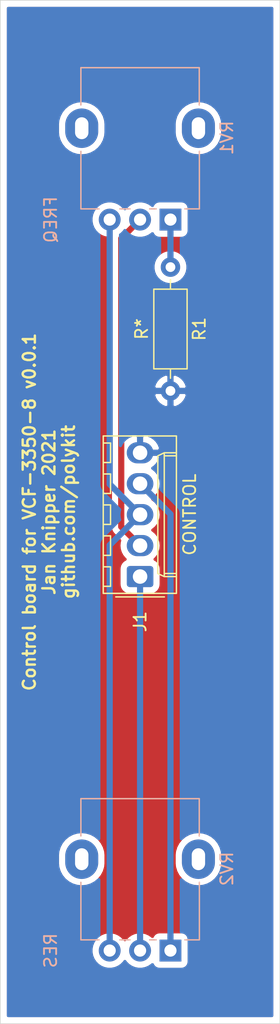
<source format=kicad_pcb>
(kicad_pcb (version 20171130) (host pcbnew 5.1.10-88a1d61d58~90~ubuntu20.10.1)

  (general
    (thickness 1.6)
    (drawings 6)
    (tracks 11)
    (zones 0)
    (modules 4)
    (nets 7)
  )

  (page A4)
  (layers
    (0 F.Cu signal)
    (31 B.Cu signal)
    (32 B.Adhes user)
    (33 F.Adhes user)
    (34 B.Paste user)
    (35 F.Paste user)
    (36 B.SilkS user)
    (37 F.SilkS user)
    (38 B.Mask user)
    (39 F.Mask user)
    (40 Dwgs.User user)
    (41 Cmts.User user)
    (42 Eco1.User user)
    (43 Eco2.User user)
    (44 Edge.Cuts user)
    (45 Margin user)
    (46 B.CrtYd user)
    (47 F.CrtYd user)
    (48 B.Fab user)
    (49 F.Fab user)
  )

  (setup
    (last_trace_width 0.508)
    (user_trace_width 0.508)
    (trace_clearance 0.2)
    (zone_clearance 0.508)
    (zone_45_only no)
    (trace_min 0.2)
    (via_size 0.8)
    (via_drill 0.4)
    (via_min_size 0.4)
    (via_min_drill 0.3)
    (uvia_size 0.3)
    (uvia_drill 0.1)
    (uvias_allowed no)
    (uvia_min_size 0.2)
    (uvia_min_drill 0.1)
    (edge_width 0.05)
    (segment_width 0.2)
    (pcb_text_width 0.3)
    (pcb_text_size 1.5 1.5)
    (mod_edge_width 0.12)
    (mod_text_size 1 1)
    (mod_text_width 0.15)
    (pad_size 1.524 1.524)
    (pad_drill 0.762)
    (pad_to_mask_clearance 0)
    (aux_axis_origin 0 0)
    (visible_elements FFFFFF7F)
    (pcbplotparams
      (layerselection 0x010fc_ffffffff)
      (usegerberextensions false)
      (usegerberattributes true)
      (usegerberadvancedattributes true)
      (creategerberjobfile true)
      (excludeedgelayer true)
      (linewidth 0.100000)
      (plotframeref false)
      (viasonmask false)
      (mode 1)
      (useauxorigin false)
      (hpglpennumber 1)
      (hpglpenspeed 20)
      (hpglpendiameter 15.000000)
      (psnegative false)
      (psa4output false)
      (plotreference true)
      (plotvalue true)
      (plotinvisibletext false)
      (padsonsilk false)
      (subtractmaskfromsilk false)
      (outputformat 1)
      (mirror false)
      (drillshape 0)
      (scaleselection 1)
      (outputdirectory "plots/"))
  )

  (net 0 "")
  (net 1 GND)
  (net 2 -12V)
  (net 3 +12V)
  (net 4 FREQ)
  (net 5 RES)
  (net 6 "Net-(R1-Pad1)")

  (net_class Default "This is the default net class."
    (clearance 0.2)
    (trace_width 0.25)
    (via_dia 0.8)
    (via_drill 0.4)
    (uvia_dia 0.3)
    (uvia_drill 0.1)
    (add_net +12V)
    (add_net -12V)
    (add_net FREQ)
    (add_net GND)
    (add_net "Net-(R1-Pad1)")
    (add_net RES)
  )

  (module Potentiometer_THT:Potentiometer_Alpha_RD901F-40-00D_Single_Vertical (layer B.Cu) (tedit 5C6C6C14) (tstamp 6105DAC5)
    (at 89 130 90)
    (descr "Potentiometer, vertical, 9mm, single, http://www.taiwanalpha.com.tw/downloads?target=products&id=113")
    (tags "potentiometer vertical 9mm single")
    (path /612B80D8)
    (fp_text reference RV2 (at 6.71 4.64 -90) (layer B.SilkS)
      (effects (font (size 1 1) (thickness 0.15)) (justify mirror))
    )
    (fp_text value RES (at 0 -9.86 -90) (layer B.SilkS)
      (effects (font (size 1 1) (thickness 0.15)) (justify mirror))
    )
    (fp_text user %R (at 7.7 -2.54 90) (layer B.Fab) hide
      (effects (font (size 1 1) (thickness 0.15)) (justify mirror))
    )
    (fp_line (start -1.15 -8.91) (end 12.6 -8.91) (layer B.CrtYd) (width 0.05))
    (fp_line (start -1.15 3.91) (end -1.15 -8.91) (layer B.CrtYd) (width 0.05))
    (fp_line (start 12.6 3.91) (end -1.15 3.91) (layer B.CrtYd) (width 0.05))
    (fp_line (start 12.6 -8.91) (end 12.6 3.91) (layer B.CrtYd) (width 0.05))
    (fp_line (start 12.47 -7.37) (end 12.47 2.37) (layer B.SilkS) (width 0.12))
    (fp_line (start 0.88 -7.37) (end 0.88 -5.88) (layer B.SilkS) (width 0.12))
    (fp_line (start 9.41 -7.37) (end 12.47 -7.37) (layer B.SilkS) (width 0.12))
    (fp_line (start 0.88 2.38) (end 5.6 2.38) (layer B.SilkS) (width 0.12))
    (fp_circle (center 7.5 -2.5) (end 7.5 1) (layer B.Fab) (width 0.1))
    (fp_line (start 1 -7.25) (end 1 2.25) (layer B.Fab) (width 0.1))
    (fp_line (start 12.35 -7.25) (end 12.35 2.25) (layer B.Fab) (width 0.1))
    (fp_line (start 1 2.25) (end 12.35 2.25) (layer B.Fab) (width 0.1))
    (fp_line (start 1 -7.25) (end 12.35 -7.25) (layer B.Fab) (width 0.1))
    (fp_line (start 9.41 2.37) (end 12.47 2.37) (layer B.SilkS) (width 0.12))
    (fp_line (start 0.88 -7.37) (end 5.6 -7.37) (layer B.SilkS) (width 0.12))
    (fp_line (start 0.88 1.19) (end 0.88 2.37) (layer B.SilkS) (width 0.12))
    (fp_line (start 0.88 -1.71) (end 0.88 -1.18) (layer B.SilkS) (width 0.12))
    (fp_line (start 0.88 -4.16) (end 0.88 -3.33) (layer B.SilkS) (width 0.12))
    (pad "" thru_hole oval (at 7.5 2.3) (size 2.72 3.24) (drill oval 1.1 1.8) (layers *.Cu *.Mask))
    (pad "" thru_hole oval (at 7.5 -7.3) (size 2.72 3.24) (drill oval 1.1 1.8) (layers *.Cu *.Mask))
    (pad 3 thru_hole circle (at 0 -5) (size 1.8 1.8) (drill 1) (layers *.Cu *.Mask)
      (net 3 +12V))
    (pad 2 thru_hole circle (at 0 -2.5) (size 1.8 1.8) (drill 1) (layers *.Cu *.Mask)
      (net 5 RES))
    (pad 1 thru_hole rect (at 0 0) (size 1.8 1.8) (drill 1) (layers *.Cu *.Mask)
      (net 2 -12V))
    (model ${KISYS3DMOD}/Potentiometer_THT.3dshapes/Potentiometer_Alpha_RD901F-40-00D_Single_Vertical.wrl
      (at (xyz 0 0 0))
      (scale (xyz 1 1 1))
      (rotate (xyz 0 0 0))
    )
  )

  (module Potentiometer_THT:Potentiometer_Alpha_RD901F-40-00D_Single_Vertical (layer B.Cu) (tedit 5C6C6C14) (tstamp 6105DAA9)
    (at 89 70 90)
    (descr "Potentiometer, vertical, 9mm, single, http://www.taiwanalpha.com.tw/downloads?target=products&id=113")
    (tags "potentiometer vertical 9mm single")
    (path /612B7567)
    (fp_text reference RV1 (at 6.71 4.64 -90) (layer B.SilkS)
      (effects (font (size 1 1) (thickness 0.15)) (justify mirror))
    )
    (fp_text value FREQ (at 0 -9.86 -90) (layer B.SilkS)
      (effects (font (size 1 1) (thickness 0.15)) (justify mirror))
    )
    (fp_text user %R (at 7.62 -2.54 90) (layer B.Fab) hide
      (effects (font (size 1 1) (thickness 0.15)) (justify mirror))
    )
    (fp_line (start -1.15 -8.91) (end 12.6 -8.91) (layer B.CrtYd) (width 0.05))
    (fp_line (start -1.15 3.91) (end -1.15 -8.91) (layer B.CrtYd) (width 0.05))
    (fp_line (start 12.6 3.91) (end -1.15 3.91) (layer B.CrtYd) (width 0.05))
    (fp_line (start 12.6 -8.91) (end 12.6 3.91) (layer B.CrtYd) (width 0.05))
    (fp_line (start 12.47 -7.37) (end 12.47 2.37) (layer B.SilkS) (width 0.12))
    (fp_line (start 0.88 -7.37) (end 0.88 -5.88) (layer B.SilkS) (width 0.12))
    (fp_line (start 9.41 -7.37) (end 12.47 -7.37) (layer B.SilkS) (width 0.12))
    (fp_line (start 0.88 2.38) (end 5.6 2.38) (layer B.SilkS) (width 0.12))
    (fp_circle (center 7.5 -2.5) (end 7.5 1) (layer B.Fab) (width 0.1))
    (fp_line (start 1 -7.25) (end 1 2.25) (layer B.Fab) (width 0.1))
    (fp_line (start 12.35 -7.25) (end 12.35 2.25) (layer B.Fab) (width 0.1))
    (fp_line (start 1 2.25) (end 12.35 2.25) (layer B.Fab) (width 0.1))
    (fp_line (start 1 -7.25) (end 12.35 -7.25) (layer B.Fab) (width 0.1))
    (fp_line (start 9.41 2.37) (end 12.47 2.37) (layer B.SilkS) (width 0.12))
    (fp_line (start 0.88 -7.37) (end 5.6 -7.37) (layer B.SilkS) (width 0.12))
    (fp_line (start 0.88 1.19) (end 0.88 2.37) (layer B.SilkS) (width 0.12))
    (fp_line (start 0.88 -1.71) (end 0.88 -1.18) (layer B.SilkS) (width 0.12))
    (fp_line (start 0.88 -4.16) (end 0.88 -3.33) (layer B.SilkS) (width 0.12))
    (pad "" thru_hole oval (at 7.5 2.3) (size 2.72 3.24) (drill oval 1.1 1.8) (layers *.Cu *.Mask))
    (pad "" thru_hole oval (at 7.5 -7.3) (size 2.72 3.24) (drill oval 1.1 1.8) (layers *.Cu *.Mask))
    (pad 3 thru_hole circle (at 0 -5) (size 1.8 1.8) (drill 1) (layers *.Cu *.Mask)
      (net 3 +12V))
    (pad 2 thru_hole circle (at 0 -2.5) (size 1.8 1.8) (drill 1) (layers *.Cu *.Mask)
      (net 4 FREQ))
    (pad 1 thru_hole rect (at 0 0) (size 1.8 1.8) (drill 1) (layers *.Cu *.Mask)
      (net 6 "Net-(R1-Pad1)"))
    (model ${KISYS3DMOD}/Potentiometer_THT.3dshapes/Potentiometer_Alpha_RD901F-40-00D_Single_Vertical.wrl
      (at (xyz 0 0 0))
      (scale (xyz 1 1 1))
      (rotate (xyz 0 0 0))
    )
  )

  (module Resistor_THT:R_Axial_DIN0207_L6.3mm_D2.5mm_P10.16mm_Horizontal (layer F.Cu) (tedit 5AE5139B) (tstamp 6105DA8D)
    (at 89 73.9 270)
    (descr "Resistor, Axial_DIN0207 series, Axial, Horizontal, pin pitch=10.16mm, 0.25W = 1/4W, length*diameter=6.3*2.5mm^2, http://cdn-reichelt.de/documents/datenblatt/B400/1_4W%23YAG.pdf")
    (tags "Resistor Axial_DIN0207 series Axial Horizontal pin pitch 10.16mm 0.25W = 1/4W length 6.3mm diameter 2.5mm")
    (path /612B838A)
    (fp_text reference R1 (at 5.08 -2.37 90) (layer F.SilkS)
      (effects (font (size 1 1) (thickness 0.15)))
    )
    (fp_text value R* (at 5.08 2.37 90) (layer F.SilkS)
      (effects (font (size 1 1) (thickness 0.15)))
    )
    (fp_text user %R (at 5.08 0 90) (layer F.Fab) hide
      (effects (font (size 1 1) (thickness 0.15)))
    )
    (fp_line (start 1.93 -1.25) (end 1.93 1.25) (layer F.Fab) (width 0.1))
    (fp_line (start 1.93 1.25) (end 8.23 1.25) (layer F.Fab) (width 0.1))
    (fp_line (start 8.23 1.25) (end 8.23 -1.25) (layer F.Fab) (width 0.1))
    (fp_line (start 8.23 -1.25) (end 1.93 -1.25) (layer F.Fab) (width 0.1))
    (fp_line (start 0 0) (end 1.93 0) (layer F.Fab) (width 0.1))
    (fp_line (start 10.16 0) (end 8.23 0) (layer F.Fab) (width 0.1))
    (fp_line (start 1.81 -1.37) (end 1.81 1.37) (layer F.SilkS) (width 0.12))
    (fp_line (start 1.81 1.37) (end 8.35 1.37) (layer F.SilkS) (width 0.12))
    (fp_line (start 8.35 1.37) (end 8.35 -1.37) (layer F.SilkS) (width 0.12))
    (fp_line (start 8.35 -1.37) (end 1.81 -1.37) (layer F.SilkS) (width 0.12))
    (fp_line (start 1.04 0) (end 1.81 0) (layer F.SilkS) (width 0.12))
    (fp_line (start 9.12 0) (end 8.35 0) (layer F.SilkS) (width 0.12))
    (fp_line (start -1.05 -1.5) (end -1.05 1.5) (layer F.CrtYd) (width 0.05))
    (fp_line (start -1.05 1.5) (end 11.21 1.5) (layer F.CrtYd) (width 0.05))
    (fp_line (start 11.21 1.5) (end 11.21 -1.5) (layer F.CrtYd) (width 0.05))
    (fp_line (start 11.21 -1.5) (end -1.05 -1.5) (layer F.CrtYd) (width 0.05))
    (pad 2 thru_hole oval (at 10.16 0 270) (size 1.6 1.6) (drill 0.8) (layers *.Cu *.Mask)
      (net 1 GND))
    (pad 1 thru_hole circle (at 0 0 270) (size 1.6 1.6) (drill 0.8) (layers *.Cu *.Mask)
      (net 6 "Net-(R1-Pad1)"))
    (model ${KISYS3DMOD}/Resistor_THT.3dshapes/R_Axial_DIN0207_L6.3mm_D2.5mm_P10.16mm_Horizontal.wrl
      (at (xyz 0 0 0))
      (scale (xyz 1 1 1))
      (rotate (xyz 0 0 0))
    )
  )

  (module Connector_Molex:Molex_KK-254_AE-6410-05A_1x05_P2.54mm_Vertical (layer F.Cu) (tedit 5EA53D3B) (tstamp 6105DA76)
    (at 86.5 99.3 90)
    (descr "Molex KK-254 Interconnect System, old/engineering part number: AE-6410-05A example for new part number: 22-27-2051, 5 Pins (http://www.molex.com/pdm_docs/sd/022272021_sd.pdf), generated with kicad-footprint-generator")
    (tags "connector Molex KK-254 vertical")
    (path /612BC721)
    (fp_text reference J1 (at -3.7 0 90) (layer F.SilkS)
      (effects (font (size 1 1) (thickness 0.15)))
    )
    (fp_text value CONTROL (at 5.08 4.08 90) (layer F.SilkS)
      (effects (font (size 1 1) (thickness 0.15)))
    )
    (fp_text user %R (at 5.08 -2.22 90) (layer F.Fab) hide
      (effects (font (size 1 1) (thickness 0.15)))
    )
    (fp_line (start -1.27 -2.92) (end -1.27 2.88) (layer F.Fab) (width 0.1))
    (fp_line (start -1.27 2.88) (end 11.43 2.88) (layer F.Fab) (width 0.1))
    (fp_line (start 11.43 2.88) (end 11.43 -2.92) (layer F.Fab) (width 0.1))
    (fp_line (start 11.43 -2.92) (end -1.27 -2.92) (layer F.Fab) (width 0.1))
    (fp_line (start -1.38 -3.03) (end -1.38 2.99) (layer F.SilkS) (width 0.12))
    (fp_line (start -1.38 2.99) (end 11.54 2.99) (layer F.SilkS) (width 0.12))
    (fp_line (start 11.54 2.99) (end 11.54 -3.03) (layer F.SilkS) (width 0.12))
    (fp_line (start 11.54 -3.03) (end -1.38 -3.03) (layer F.SilkS) (width 0.12))
    (fp_line (start -1.67 -2) (end -1.67 2) (layer F.SilkS) (width 0.12))
    (fp_line (start -1.27 -0.5) (end -0.562893 0) (layer F.Fab) (width 0.1))
    (fp_line (start -0.562893 0) (end -1.27 0.5) (layer F.Fab) (width 0.1))
    (fp_line (start 0 2.99) (end 0 1.99) (layer F.SilkS) (width 0.12))
    (fp_line (start 0 1.99) (end 10.16 1.99) (layer F.SilkS) (width 0.12))
    (fp_line (start 10.16 1.99) (end 10.16 2.99) (layer F.SilkS) (width 0.12))
    (fp_line (start 0 1.99) (end 0.25 1.46) (layer F.SilkS) (width 0.12))
    (fp_line (start 0.25 1.46) (end 9.91 1.46) (layer F.SilkS) (width 0.12))
    (fp_line (start 9.91 1.46) (end 10.16 1.99) (layer F.SilkS) (width 0.12))
    (fp_line (start 0.25 2.99) (end 0.25 1.99) (layer F.SilkS) (width 0.12))
    (fp_line (start 9.91 2.99) (end 9.91 1.99) (layer F.SilkS) (width 0.12))
    (fp_line (start -0.8 -3.03) (end -0.8 -2.43) (layer F.SilkS) (width 0.12))
    (fp_line (start -0.8 -2.43) (end 0.8 -2.43) (layer F.SilkS) (width 0.12))
    (fp_line (start 0.8 -2.43) (end 0.8 -3.03) (layer F.SilkS) (width 0.12))
    (fp_line (start 1.74 -3.03) (end 1.74 -2.43) (layer F.SilkS) (width 0.12))
    (fp_line (start 1.74 -2.43) (end 3.34 -2.43) (layer F.SilkS) (width 0.12))
    (fp_line (start 3.34 -2.43) (end 3.34 -3.03) (layer F.SilkS) (width 0.12))
    (fp_line (start 4.28 -3.03) (end 4.28 -2.43) (layer F.SilkS) (width 0.12))
    (fp_line (start 4.28 -2.43) (end 5.88 -2.43) (layer F.SilkS) (width 0.12))
    (fp_line (start 5.88 -2.43) (end 5.88 -3.03) (layer F.SilkS) (width 0.12))
    (fp_line (start 6.82 -3.03) (end 6.82 -2.43) (layer F.SilkS) (width 0.12))
    (fp_line (start 6.82 -2.43) (end 8.42 -2.43) (layer F.SilkS) (width 0.12))
    (fp_line (start 8.42 -2.43) (end 8.42 -3.03) (layer F.SilkS) (width 0.12))
    (fp_line (start 9.36 -3.03) (end 9.36 -2.43) (layer F.SilkS) (width 0.12))
    (fp_line (start 9.36 -2.43) (end 10.96 -2.43) (layer F.SilkS) (width 0.12))
    (fp_line (start 10.96 -2.43) (end 10.96 -3.03) (layer F.SilkS) (width 0.12))
    (fp_line (start -1.77 -3.42) (end -1.77 3.38) (layer F.CrtYd) (width 0.05))
    (fp_line (start -1.77 3.38) (end 11.93 3.38) (layer F.CrtYd) (width 0.05))
    (fp_line (start 11.93 3.38) (end 11.93 -3.42) (layer F.CrtYd) (width 0.05))
    (fp_line (start 11.93 -3.42) (end -1.77 -3.42) (layer F.CrtYd) (width 0.05))
    (pad 5 thru_hole oval (at 10.16 0 90) (size 1.74 2.19) (drill 1.19) (layers *.Cu *.Mask)
      (net 1 GND))
    (pad 4 thru_hole oval (at 7.62 0 90) (size 1.74 2.19) (drill 1.19) (layers *.Cu *.Mask)
      (net 2 -12V))
    (pad 3 thru_hole oval (at 5.08 0 90) (size 1.74 2.19) (drill 1.19) (layers *.Cu *.Mask)
      (net 3 +12V))
    (pad 2 thru_hole oval (at 2.54 0 90) (size 1.74 2.19) (drill 1.19) (layers *.Cu *.Mask)
      (net 4 FREQ))
    (pad 1 thru_hole roundrect (at 0 0 90) (size 1.74 2.19) (drill 1.19) (layers *.Cu *.Mask) (roundrect_rratio 0.1436775862068966)
      (net 5 RES))
    (model ${KISYS3DMOD}/Connector_Molex.3dshapes/Molex_KK-254_AE-6410-05A_1x05_P2.54mm_Vertical.wrl
      (at (xyz 0 0 0))
      (scale (xyz 1 1 1))
      (rotate (xyz 0 0 0))
    )
  )

  (gr_text "Control board for VCF-3350-8 v0.0.1\nJan Knipper 2021\ngithub.com/polykit" (at 79 94 90) (layer F.SilkS)
    (effects (font (size 1 1) (thickness 0.2)))
  )
  (gr_line (start 98 52) (end 75 52) (layer Edge.Cuts) (width 0.05) (tstamp 6105E08E))
  (gr_line (start 98 136) (end 98 52) (layer Edge.Cuts) (width 0.05))
  (gr_line (start 75 136) (end 98 136) (layer Edge.Cuts) (width 0.05))
  (gr_line (start 75 52) (end 75 136) (layer Edge.Cuts) (width 0.05))
  (dimension 60 (width 0.15) (layer Dwgs.User)
    (gr_text "60,000 mm" (at 85.2 92.5 270) (layer Dwgs.User)
      (effects (font (size 1 1) (thickness 0.15)))
    )
    (feature1 (pts (xy 86.5 122.5) (xy 85.913579 122.5)))
    (feature2 (pts (xy 86.5 62.5) (xy 85.913579 62.5)))
    (crossbar (pts (xy 86.5 62.5) (xy 86.5 122.5)))
    (arrow1a (pts (xy 86.5 122.5) (xy 85.913579 121.373496)))
    (arrow1b (pts (xy 86.5 122.5) (xy 87.086421 121.373496)))
    (arrow2a (pts (xy 86.5 62.5) (xy 85.913579 63.626504)))
    (arrow2b (pts (xy 86.5 62.5) (xy 87.086421 63.626504)))
  )

  (segment (start 89 94.18) (end 86.5 91.68) (width 0.508) (layer B.Cu) (net 2))
  (segment (start 89 130) (end 89 94.18) (width 0.508) (layer B.Cu) (net 2))
  (segment (start 84 96.72) (end 86.5 94.22) (width 0.508) (layer B.Cu) (net 3))
  (segment (start 84 130) (end 84 96.72) (width 0.508) (layer B.Cu) (net 3))
  (segment (start 84 91.72) (end 86.5 94.22) (width 0.508) (layer B.Cu) (net 3))
  (segment (start 84 70) (end 84 91.72) (width 0.508) (layer B.Cu) (net 3))
  (segment (start 84.95099 95.21099) (end 86.5 96.76) (width 0.508) (layer F.Cu) (net 4))
  (segment (start 84.95099 71.54901) (end 84.95099 95.21099) (width 0.508) (layer F.Cu) (net 4))
  (segment (start 86.5 70) (end 84.95099 71.54901) (width 0.508) (layer F.Cu) (net 4))
  (segment (start 86.5 99.3) (end 86.5 130) (width 0.508) (layer B.Cu) (net 5))
  (segment (start 89 70) (end 89 73.9) (width 0.508) (layer B.Cu) (net 6))

  (zone (net 1) (net_name GND) (layer F.Cu) (tstamp 6105E10E) (hatch edge 0.508)
    (connect_pads (clearance 0.508))
    (min_thickness 0.254)
    (fill yes (arc_segments 32) (thermal_gap 0.508) (thermal_bridge_width 0.508))
    (polygon
      (pts
        (xy 98 136) (xy 75 136) (xy 75 52) (xy 98 52)
      )
    )
    (filled_polygon
      (pts
        (xy 97.34 135.34) (xy 75.66 135.34) (xy 75.66 129.848816) (xy 82.465 129.848816) (xy 82.465 130.151184)
        (xy 82.523989 130.447743) (xy 82.639701 130.727095) (xy 82.807688 130.978505) (xy 83.021495 131.192312) (xy 83.272905 131.360299)
        (xy 83.552257 131.476011) (xy 83.848816 131.535) (xy 84.151184 131.535) (xy 84.447743 131.476011) (xy 84.727095 131.360299)
        (xy 84.978505 131.192312) (xy 85.192312 130.978505) (xy 85.25 130.892169) (xy 85.307688 130.978505) (xy 85.521495 131.192312)
        (xy 85.772905 131.360299) (xy 86.052257 131.476011) (xy 86.348816 131.535) (xy 86.651184 131.535) (xy 86.947743 131.476011)
        (xy 87.227095 131.360299) (xy 87.478505 131.192312) (xy 87.51612 131.154697) (xy 87.569463 131.254494) (xy 87.648815 131.351185)
        (xy 87.745506 131.430537) (xy 87.85582 131.489502) (xy 87.975518 131.525812) (xy 88.1 131.538072) (xy 89.9 131.538072)
        (xy 90.024482 131.525812) (xy 90.14418 131.489502) (xy 90.254494 131.430537) (xy 90.351185 131.351185) (xy 90.430537 131.254494)
        (xy 90.489502 131.14418) (xy 90.525812 131.024482) (xy 90.538072 130.9) (xy 90.538072 129.1) (xy 90.525812 128.975518)
        (xy 90.489502 128.85582) (xy 90.430537 128.745506) (xy 90.351185 128.648815) (xy 90.254494 128.569463) (xy 90.14418 128.510498)
        (xy 90.024482 128.474188) (xy 89.9 128.461928) (xy 88.1 128.461928) (xy 87.975518 128.474188) (xy 87.85582 128.510498)
        (xy 87.745506 128.569463) (xy 87.648815 128.648815) (xy 87.569463 128.745506) (xy 87.51612 128.845303) (xy 87.478505 128.807688)
        (xy 87.227095 128.639701) (xy 86.947743 128.523989) (xy 86.651184 128.465) (xy 86.348816 128.465) (xy 86.052257 128.523989)
        (xy 85.772905 128.639701) (xy 85.521495 128.807688) (xy 85.307688 129.021495) (xy 85.25 129.107831) (xy 85.192312 129.021495)
        (xy 84.978505 128.807688) (xy 84.727095 128.639701) (xy 84.447743 128.523989) (xy 84.151184 128.465) (xy 83.848816 128.465)
        (xy 83.552257 128.523989) (xy 83.272905 128.639701) (xy 83.021495 128.807688) (xy 82.807688 129.021495) (xy 82.639701 129.272905)
        (xy 82.523989 129.552257) (xy 82.465 129.848816) (xy 75.66 129.848816) (xy 75.66 122.142003) (xy 79.705 122.142003)
        (xy 79.705 122.857998) (xy 79.733867 123.151088) (xy 79.847943 123.527147) (xy 80.033193 123.873725) (xy 80.282498 124.177503)
        (xy 80.586276 124.426807) (xy 80.932854 124.612057) (xy 81.308913 124.726133) (xy 81.7 124.764652) (xy 82.091088 124.726133)
        (xy 82.467147 124.612057) (xy 82.813725 124.426807) (xy 83.117503 124.177503) (xy 83.366807 123.873725) (xy 83.552057 123.527147)
        (xy 83.666133 123.151087) (xy 83.695 122.857997) (xy 83.695 122.142003) (xy 89.305 122.142003) (xy 89.305 122.857998)
        (xy 89.333867 123.151088) (xy 89.447943 123.527147) (xy 89.633193 123.873725) (xy 89.882498 124.177503) (xy 90.186276 124.426807)
        (xy 90.532854 124.612057) (xy 90.908913 124.726133) (xy 91.3 124.764652) (xy 91.691088 124.726133) (xy 92.067147 124.612057)
        (xy 92.413725 124.426807) (xy 92.717503 124.177503) (xy 92.966807 123.873725) (xy 93.152057 123.527147) (xy 93.266133 123.151087)
        (xy 93.295 122.857997) (xy 93.295 122.142002) (xy 93.266133 121.848912) (xy 93.152057 121.472853) (xy 92.966807 121.126275)
        (xy 92.717503 120.822497) (xy 92.413725 120.573193) (xy 92.067146 120.387943) (xy 91.691087 120.273867) (xy 91.3 120.235348)
        (xy 90.908912 120.273867) (xy 90.532853 120.387943) (xy 90.186275 120.573193) (xy 89.882497 120.822497) (xy 89.633193 121.126275)
        (xy 89.447943 121.472854) (xy 89.333867 121.848913) (xy 89.305 122.142003) (xy 83.695 122.142003) (xy 83.695 122.142002)
        (xy 83.666133 121.848912) (xy 83.552057 121.472853) (xy 83.366807 121.126275) (xy 83.117503 120.822497) (xy 82.813725 120.573193)
        (xy 82.467146 120.387943) (xy 82.091087 120.273867) (xy 81.7 120.235348) (xy 81.308912 120.273867) (xy 80.932853 120.387943)
        (xy 80.586275 120.573193) (xy 80.282497 120.822497) (xy 80.033193 121.126275) (xy 79.847943 121.472854) (xy 79.733867 121.848913)
        (xy 79.705 122.142003) (xy 75.66 122.142003) (xy 75.66 69.848816) (xy 82.465 69.848816) (xy 82.465 70.151184)
        (xy 82.523989 70.447743) (xy 82.639701 70.727095) (xy 82.807688 70.978505) (xy 83.021495 71.192312) (xy 83.272905 71.360299)
        (xy 83.552257 71.476011) (xy 83.848816 71.535) (xy 84.05907 71.535) (xy 84.05769 71.54901) (xy 84.06199 71.59267)
        (xy 84.061991 95.16732) (xy 84.05769 95.21099) (xy 84.074854 95.385264) (xy 84.125688 95.552842) (xy 84.16007 95.617166)
        (xy 84.208238 95.707281) (xy 84.319332 95.842649) (xy 84.353249 95.870484) (xy 84.828074 96.34531) (xy 84.791776 96.464968)
        (xy 84.762718 96.76) (xy 84.791776 97.055032) (xy 84.877834 97.338725) (xy 85.017583 97.600179) (xy 85.205655 97.829345)
        (xy 85.271114 97.883066) (xy 85.161613 97.941595) (xy 85.027038 98.052038) (xy 84.916595 98.186613) (xy 84.834528 98.340149)
        (xy 84.783992 98.506745) (xy 84.766928 98.679999) (xy 84.766928 99.920001) (xy 84.783992 100.093255) (xy 84.834528 100.259851)
        (xy 84.916595 100.413387) (xy 85.027038 100.547962) (xy 85.161613 100.658405) (xy 85.315149 100.740472) (xy 85.481745 100.791008)
        (xy 85.654999 100.808072) (xy 87.345001 100.808072) (xy 87.518255 100.791008) (xy 87.684851 100.740472) (xy 87.838387 100.658405)
        (xy 87.972962 100.547962) (xy 88.083405 100.413387) (xy 88.165472 100.259851) (xy 88.216008 100.093255) (xy 88.233072 99.920001)
        (xy 88.233072 98.679999) (xy 88.216008 98.506745) (xy 88.165472 98.340149) (xy 88.083405 98.186613) (xy 87.972962 98.052038)
        (xy 87.838387 97.941595) (xy 87.728886 97.883066) (xy 87.794345 97.829345) (xy 87.982417 97.600179) (xy 88.122166 97.338725)
        (xy 88.208224 97.055032) (xy 88.237282 96.76) (xy 88.208224 96.464968) (xy 88.122166 96.181275) (xy 87.982417 95.919821)
        (xy 87.794345 95.690655) (xy 87.565179 95.502583) (xy 87.541638 95.49) (xy 87.565179 95.477417) (xy 87.794345 95.289345)
        (xy 87.982417 95.060179) (xy 88.122166 94.798725) (xy 88.208224 94.515032) (xy 88.237282 94.22) (xy 88.208224 93.924968)
        (xy 88.122166 93.641275) (xy 87.982417 93.379821) (xy 87.794345 93.150655) (xy 87.565179 92.962583) (xy 87.541638 92.95)
        (xy 87.565179 92.937417) (xy 87.794345 92.749345) (xy 87.982417 92.520179) (xy 88.122166 92.258725) (xy 88.208224 91.975032)
        (xy 88.237282 91.68) (xy 88.208224 91.384968) (xy 88.122166 91.101275) (xy 87.982417 90.839821) (xy 87.794345 90.610655)
        (xy 87.565179 90.422583) (xy 87.536848 90.40744) (xy 87.677433 90.314708) (xy 87.888306 90.106326) (xy 88.054474 89.860809)
        (xy 88.169551 89.587591) (xy 88.186302 89.500031) (xy 88.065246 89.267) (xy 86.627 89.267) (xy 86.627 89.287)
        (xy 86.373 89.287) (xy 86.373 89.267) (xy 86.353 89.267) (xy 86.353 89.013) (xy 86.373 89.013)
        (xy 86.373 87.789624) (xy 86.627 87.789624) (xy 86.627 89.013) (xy 88.065246 89.013) (xy 88.186302 88.779969)
        (xy 88.169551 88.692409) (xy 88.054474 88.419191) (xy 87.888306 88.173674) (xy 87.677433 87.965292) (xy 87.429958 87.802053)
        (xy 87.155392 87.690231) (xy 86.864286 87.634123) (xy 86.627 87.789624) (xy 86.373 87.789624) (xy 86.135714 87.634123)
        (xy 85.844608 87.690231) (xy 85.83999 87.692112) (xy 85.83999 84.40904) (xy 87.608091 84.40904) (xy 87.70293 84.673881)
        (xy 87.847615 84.915131) (xy 88.036586 85.123519) (xy 88.26258 85.291037) (xy 88.516913 85.411246) (xy 88.650961 85.451904)
        (xy 88.873 85.329915) (xy 88.873 84.187) (xy 89.127 84.187) (xy 89.127 85.329915) (xy 89.349039 85.451904)
        (xy 89.483087 85.411246) (xy 89.73742 85.291037) (xy 89.963414 85.123519) (xy 90.152385 84.915131) (xy 90.29707 84.673881)
        (xy 90.391909 84.40904) (xy 90.270624 84.187) (xy 89.127 84.187) (xy 88.873 84.187) (xy 87.729376 84.187)
        (xy 87.608091 84.40904) (xy 85.83999 84.40904) (xy 85.83999 83.71096) (xy 87.608091 83.71096) (xy 87.729376 83.933)
        (xy 88.873 83.933) (xy 88.873 82.790085) (xy 89.127 82.790085) (xy 89.127 83.933) (xy 90.270624 83.933)
        (xy 90.391909 83.71096) (xy 90.29707 83.446119) (xy 90.152385 83.204869) (xy 89.963414 82.996481) (xy 89.73742 82.828963)
        (xy 89.483087 82.708754) (xy 89.349039 82.668096) (xy 89.127 82.790085) (xy 88.873 82.790085) (xy 88.650961 82.668096)
        (xy 88.516913 82.708754) (xy 88.26258 82.828963) (xy 88.036586 82.996481) (xy 87.847615 83.204869) (xy 87.70293 83.446119)
        (xy 87.608091 83.71096) (xy 85.83999 83.71096) (xy 85.83999 73.758665) (xy 87.565 73.758665) (xy 87.565 74.041335)
        (xy 87.620147 74.318574) (xy 87.72832 74.579727) (xy 87.885363 74.814759) (xy 88.085241 75.014637) (xy 88.320273 75.17168)
        (xy 88.581426 75.279853) (xy 88.858665 75.335) (xy 89.141335 75.335) (xy 89.418574 75.279853) (xy 89.679727 75.17168)
        (xy 89.914759 75.014637) (xy 90.114637 74.814759) (xy 90.27168 74.579727) (xy 90.379853 74.318574) (xy 90.435 74.041335)
        (xy 90.435 73.758665) (xy 90.379853 73.481426) (xy 90.27168 73.220273) (xy 90.114637 72.985241) (xy 89.914759 72.785363)
        (xy 89.679727 72.62832) (xy 89.418574 72.520147) (xy 89.141335 72.465) (xy 88.858665 72.465) (xy 88.581426 72.520147)
        (xy 88.320273 72.62832) (xy 88.085241 72.785363) (xy 87.885363 72.985241) (xy 87.72832 73.220273) (xy 87.620147 73.481426)
        (xy 87.565 73.758665) (xy 85.83999 73.758665) (xy 85.83999 71.917245) (xy 86.243236 71.513999) (xy 86.348816 71.535)
        (xy 86.651184 71.535) (xy 86.947743 71.476011) (xy 87.227095 71.360299) (xy 87.478505 71.192312) (xy 87.51612 71.154697)
        (xy 87.569463 71.254494) (xy 87.648815 71.351185) (xy 87.745506 71.430537) (xy 87.85582 71.489502) (xy 87.975518 71.525812)
        (xy 88.1 71.538072) (xy 89.9 71.538072) (xy 90.024482 71.525812) (xy 90.14418 71.489502) (xy 90.254494 71.430537)
        (xy 90.351185 71.351185) (xy 90.430537 71.254494) (xy 90.489502 71.14418) (xy 90.525812 71.024482) (xy 90.538072 70.9)
        (xy 90.538072 69.1) (xy 90.525812 68.975518) (xy 90.489502 68.85582) (xy 90.430537 68.745506) (xy 90.351185 68.648815)
        (xy 90.254494 68.569463) (xy 90.14418 68.510498) (xy 90.024482 68.474188) (xy 89.9 68.461928) (xy 88.1 68.461928)
        (xy 87.975518 68.474188) (xy 87.85582 68.510498) (xy 87.745506 68.569463) (xy 87.648815 68.648815) (xy 87.569463 68.745506)
        (xy 87.51612 68.845303) (xy 87.478505 68.807688) (xy 87.227095 68.639701) (xy 86.947743 68.523989) (xy 86.651184 68.465)
        (xy 86.348816 68.465) (xy 86.052257 68.523989) (xy 85.772905 68.639701) (xy 85.521495 68.807688) (xy 85.307688 69.021495)
        (xy 85.25 69.107831) (xy 85.192312 69.021495) (xy 84.978505 68.807688) (xy 84.727095 68.639701) (xy 84.447743 68.523989)
        (xy 84.151184 68.465) (xy 83.848816 68.465) (xy 83.552257 68.523989) (xy 83.272905 68.639701) (xy 83.021495 68.807688)
        (xy 82.807688 69.021495) (xy 82.639701 69.272905) (xy 82.523989 69.552257) (xy 82.465 69.848816) (xy 75.66 69.848816)
        (xy 75.66 62.142003) (xy 79.705 62.142003) (xy 79.705 62.857998) (xy 79.733867 63.151088) (xy 79.847943 63.527147)
        (xy 80.033193 63.873725) (xy 80.282498 64.177503) (xy 80.586276 64.426807) (xy 80.932854 64.612057) (xy 81.308913 64.726133)
        (xy 81.7 64.764652) (xy 82.091088 64.726133) (xy 82.467147 64.612057) (xy 82.813725 64.426807) (xy 83.117503 64.177503)
        (xy 83.366807 63.873725) (xy 83.552057 63.527147) (xy 83.666133 63.151087) (xy 83.695 62.857997) (xy 83.695 62.142003)
        (xy 89.305 62.142003) (xy 89.305 62.857998) (xy 89.333867 63.151088) (xy 89.447943 63.527147) (xy 89.633193 63.873725)
        (xy 89.882498 64.177503) (xy 90.186276 64.426807) (xy 90.532854 64.612057) (xy 90.908913 64.726133) (xy 91.3 64.764652)
        (xy 91.691088 64.726133) (xy 92.067147 64.612057) (xy 92.413725 64.426807) (xy 92.717503 64.177503) (xy 92.966807 63.873725)
        (xy 93.152057 63.527147) (xy 93.266133 63.151087) (xy 93.295 62.857997) (xy 93.295 62.142002) (xy 93.266133 61.848912)
        (xy 93.152057 61.472853) (xy 92.966807 61.126275) (xy 92.717503 60.822497) (xy 92.413725 60.573193) (xy 92.067146 60.387943)
        (xy 91.691087 60.273867) (xy 91.3 60.235348) (xy 90.908912 60.273867) (xy 90.532853 60.387943) (xy 90.186275 60.573193)
        (xy 89.882497 60.822497) (xy 89.633193 61.126275) (xy 89.447943 61.472854) (xy 89.333867 61.848913) (xy 89.305 62.142003)
        (xy 83.695 62.142003) (xy 83.695 62.142002) (xy 83.666133 61.848912) (xy 83.552057 61.472853) (xy 83.366807 61.126275)
        (xy 83.117503 60.822497) (xy 82.813725 60.573193) (xy 82.467146 60.387943) (xy 82.091087 60.273867) (xy 81.7 60.235348)
        (xy 81.308912 60.273867) (xy 80.932853 60.387943) (xy 80.586275 60.573193) (xy 80.282497 60.822497) (xy 80.033193 61.126275)
        (xy 79.847943 61.472854) (xy 79.733867 61.848913) (xy 79.705 62.142003) (xy 75.66 62.142003) (xy 75.66 52.66)
        (xy 97.340001 52.66)
      )
    )
  )
  (zone (net 1) (net_name GND) (layer B.Cu) (tstamp 6105E10B) (hatch edge 0.508)
    (connect_pads (clearance 0.508))
    (min_thickness 0.254)
    (fill yes (arc_segments 32) (thermal_gap 0.508) (thermal_bridge_width 0.508))
    (polygon
      (pts
        (xy 98 136) (xy 75 136) (xy 75 52) (xy 98 52)
      )
    )
    (filled_polygon
      (pts
        (xy 97.34 135.34) (xy 75.66 135.34) (xy 75.66 122.142003) (xy 79.705 122.142003) (xy 79.705 122.857998)
        (xy 79.733867 123.151088) (xy 79.847943 123.527147) (xy 80.033193 123.873725) (xy 80.282498 124.177503) (xy 80.586276 124.426807)
        (xy 80.932854 124.612057) (xy 81.308913 124.726133) (xy 81.7 124.764652) (xy 82.091088 124.726133) (xy 82.467147 124.612057)
        (xy 82.813725 124.426807) (xy 83.111 124.18284) (xy 83.111 128.747883) (xy 83.021495 128.807688) (xy 82.807688 129.021495)
        (xy 82.639701 129.272905) (xy 82.523989 129.552257) (xy 82.465 129.848816) (xy 82.465 130.151184) (xy 82.523989 130.447743)
        (xy 82.639701 130.727095) (xy 82.807688 130.978505) (xy 83.021495 131.192312) (xy 83.272905 131.360299) (xy 83.552257 131.476011)
        (xy 83.848816 131.535) (xy 84.151184 131.535) (xy 84.447743 131.476011) (xy 84.727095 131.360299) (xy 84.978505 131.192312)
        (xy 85.192312 130.978505) (xy 85.25 130.892169) (xy 85.307688 130.978505) (xy 85.521495 131.192312) (xy 85.772905 131.360299)
        (xy 86.052257 131.476011) (xy 86.348816 131.535) (xy 86.651184 131.535) (xy 86.947743 131.476011) (xy 87.227095 131.360299)
        (xy 87.478505 131.192312) (xy 87.51612 131.154697) (xy 87.569463 131.254494) (xy 87.648815 131.351185) (xy 87.745506 131.430537)
        (xy 87.85582 131.489502) (xy 87.975518 131.525812) (xy 88.1 131.538072) (xy 89.9 131.538072) (xy 90.024482 131.525812)
        (xy 90.14418 131.489502) (xy 90.254494 131.430537) (xy 90.351185 131.351185) (xy 90.430537 131.254494) (xy 90.489502 131.14418)
        (xy 90.525812 131.024482) (xy 90.538072 130.9) (xy 90.538072 129.1) (xy 90.525812 128.975518) (xy 90.489502 128.85582)
        (xy 90.430537 128.745506) (xy 90.351185 128.648815) (xy 90.254494 128.569463) (xy 90.14418 128.510498) (xy 90.024482 128.474188)
        (xy 89.9 128.461928) (xy 89.889 128.461928) (xy 89.889 124.182839) (xy 90.186276 124.426807) (xy 90.532854 124.612057)
        (xy 90.908913 124.726133) (xy 91.3 124.764652) (xy 91.691088 124.726133) (xy 92.067147 124.612057) (xy 92.413725 124.426807)
        (xy 92.717503 124.177503) (xy 92.966807 123.873725) (xy 93.152057 123.527147) (xy 93.266133 123.151087) (xy 93.295 122.857997)
        (xy 93.295 122.142002) (xy 93.266133 121.848912) (xy 93.152057 121.472853) (xy 92.966807 121.126275) (xy 92.717503 120.822497)
        (xy 92.413725 120.573193) (xy 92.067146 120.387943) (xy 91.691087 120.273867) (xy 91.3 120.235348) (xy 90.908912 120.273867)
        (xy 90.532853 120.387943) (xy 90.186275 120.573193) (xy 89.889 120.81716) (xy 89.889 94.22366) (xy 89.8933 94.18)
        (xy 89.889 94.13634) (xy 89.889 94.136333) (xy 89.876136 94.005726) (xy 89.825303 93.838149) (xy 89.742753 93.683709)
        (xy 89.631659 93.548341) (xy 89.597742 93.520506) (xy 88.171926 92.09469) (xy 88.208224 91.975032) (xy 88.237282 91.68)
        (xy 88.208224 91.384968) (xy 88.122166 91.101275) (xy 87.982417 90.839821) (xy 87.794345 90.610655) (xy 87.565179 90.422583)
        (xy 87.536848 90.40744) (xy 87.677433 90.314708) (xy 87.888306 90.106326) (xy 88.054474 89.860809) (xy 88.169551 89.587591)
        (xy 88.186302 89.500031) (xy 88.065246 89.267) (xy 86.627 89.267) (xy 86.627 89.287) (xy 86.373 89.287)
        (xy 86.373 89.267) (xy 86.353 89.267) (xy 86.353 89.013) (xy 86.373 89.013) (xy 86.373 87.789624)
        (xy 86.627 87.789624) (xy 86.627 89.013) (xy 88.065246 89.013) (xy 88.186302 88.779969) (xy 88.169551 88.692409)
        (xy 88.054474 88.419191) (xy 87.888306 88.173674) (xy 87.677433 87.965292) (xy 87.429958 87.802053) (xy 87.155392 87.690231)
        (xy 86.864286 87.634123) (xy 86.627 87.789624) (xy 86.373 87.789624) (xy 86.135714 87.634123) (xy 85.844608 87.690231)
        (xy 85.570042 87.802053) (xy 85.322567 87.965292) (xy 85.111694 88.173674) (xy 84.945526 88.419191) (xy 84.889 88.553396)
        (xy 84.889 84.40904) (xy 87.608091 84.40904) (xy 87.70293 84.673881) (xy 87.847615 84.915131) (xy 88.036586 85.123519)
        (xy 88.26258 85.291037) (xy 88.516913 85.411246) (xy 88.650961 85.451904) (xy 88.873 85.329915) (xy 88.873 84.187)
        (xy 89.127 84.187) (xy 89.127 85.329915) (xy 89.349039 85.451904) (xy 89.483087 85.411246) (xy 89.73742 85.291037)
        (xy 89.963414 85.123519) (xy 90.152385 84.915131) (xy 90.29707 84.673881) (xy 90.391909 84.40904) (xy 90.270624 84.187)
        (xy 89.127 84.187) (xy 88.873 84.187) (xy 87.729376 84.187) (xy 87.608091 84.40904) (xy 84.889 84.40904)
        (xy 84.889 83.71096) (xy 87.608091 83.71096) (xy 87.729376 83.933) (xy 88.873 83.933) (xy 88.873 82.790085)
        (xy 89.127 82.790085) (xy 89.127 83.933) (xy 90.270624 83.933) (xy 90.391909 83.71096) (xy 90.29707 83.446119)
        (xy 90.152385 83.204869) (xy 89.963414 82.996481) (xy 89.73742 82.828963) (xy 89.483087 82.708754) (xy 89.349039 82.668096)
        (xy 89.127 82.790085) (xy 88.873 82.790085) (xy 88.650961 82.668096) (xy 88.516913 82.708754) (xy 88.26258 82.828963)
        (xy 88.036586 82.996481) (xy 87.847615 83.204869) (xy 87.70293 83.446119) (xy 87.608091 83.71096) (xy 84.889 83.71096)
        (xy 84.889 71.252117) (xy 84.978505 71.192312) (xy 85.192312 70.978505) (xy 85.25 70.892169) (xy 85.307688 70.978505)
        (xy 85.521495 71.192312) (xy 85.772905 71.360299) (xy 86.052257 71.476011) (xy 86.348816 71.535) (xy 86.651184 71.535)
        (xy 86.947743 71.476011) (xy 87.227095 71.360299) (xy 87.478505 71.192312) (xy 87.51612 71.154697) (xy 87.569463 71.254494)
        (xy 87.648815 71.351185) (xy 87.745506 71.430537) (xy 87.85582 71.489502) (xy 87.975518 71.525812) (xy 88.1 71.538072)
        (xy 88.111 71.538072) (xy 88.111001 72.768151) (xy 88.085241 72.785363) (xy 87.885363 72.985241) (xy 87.72832 73.220273)
        (xy 87.620147 73.481426) (xy 87.565 73.758665) (xy 87.565 74.041335) (xy 87.620147 74.318574) (xy 87.72832 74.579727)
        (xy 87.885363 74.814759) (xy 88.085241 75.014637) (xy 88.320273 75.17168) (xy 88.581426 75.279853) (xy 88.858665 75.335)
        (xy 89.141335 75.335) (xy 89.418574 75.279853) (xy 89.679727 75.17168) (xy 89.914759 75.014637) (xy 90.114637 74.814759)
        (xy 90.27168 74.579727) (xy 90.379853 74.318574) (xy 90.435 74.041335) (xy 90.435 73.758665) (xy 90.379853 73.481426)
        (xy 90.27168 73.220273) (xy 90.114637 72.985241) (xy 89.914759 72.785363) (xy 89.889 72.768151) (xy 89.889 71.538072)
        (xy 89.9 71.538072) (xy 90.024482 71.525812) (xy 90.14418 71.489502) (xy 90.254494 71.430537) (xy 90.351185 71.351185)
        (xy 90.430537 71.254494) (xy 90.489502 71.14418) (xy 90.525812 71.024482) (xy 90.538072 70.9) (xy 90.538072 69.1)
        (xy 90.525812 68.975518) (xy 90.489502 68.85582) (xy 90.430537 68.745506) (xy 90.351185 68.648815) (xy 90.254494 68.569463)
        (xy 90.14418 68.510498) (xy 90.024482 68.474188) (xy 89.9 68.461928) (xy 88.1 68.461928) (xy 87.975518 68.474188)
        (xy 87.85582 68.510498) (xy 87.745506 68.569463) (xy 87.648815 68.648815) (xy 87.569463 68.745506) (xy 87.51612 68.845303)
        (xy 87.478505 68.807688) (xy 87.227095 68.639701) (xy 86.947743 68.523989) (xy 86.651184 68.465) (xy 86.348816 68.465)
        (xy 86.052257 68.523989) (xy 85.772905 68.639701) (xy 85.521495 68.807688) (xy 85.307688 69.021495) (xy 85.25 69.107831)
        (xy 85.192312 69.021495) (xy 84.978505 68.807688) (xy 84.727095 68.639701) (xy 84.447743 68.523989) (xy 84.151184 68.465)
        (xy 83.848816 68.465) (xy 83.552257 68.523989) (xy 83.272905 68.639701) (xy 83.021495 68.807688) (xy 82.807688 69.021495)
        (xy 82.639701 69.272905) (xy 82.523989 69.552257) (xy 82.465 69.848816) (xy 82.465 70.151184) (xy 82.523989 70.447743)
        (xy 82.639701 70.727095) (xy 82.807688 70.978505) (xy 83.021495 71.192312) (xy 83.111 71.252117) (xy 83.111001 91.67633)
        (xy 83.1067 91.72) (xy 83.123864 91.894274) (xy 83.174698 92.061852) (xy 83.257248 92.216291) (xy 83.368342 92.351659)
        (xy 83.402259 92.379494) (xy 84.828074 93.80531) (xy 84.791776 93.924968) (xy 84.762718 94.22) (xy 84.791776 94.515032)
        (xy 84.828074 94.63469) (xy 83.402259 96.060506) (xy 83.368342 96.088341) (xy 83.340507 96.122258) (xy 83.340505 96.12226)
        (xy 83.257248 96.223709) (xy 83.174698 96.378148) (xy 83.123864 96.545726) (xy 83.1067 96.72) (xy 83.111001 96.76367)
        (xy 83.111 120.81716) (xy 82.813725 120.573193) (xy 82.467146 120.387943) (xy 82.091087 120.273867) (xy 81.7 120.235348)
        (xy 81.308912 120.273867) (xy 80.932853 120.387943) (xy 80.586275 120.573193) (xy 80.282497 120.822497) (xy 80.033193 121.126275)
        (xy 79.847943 121.472854) (xy 79.733867 121.848913) (xy 79.705 122.142003) (xy 75.66 122.142003) (xy 75.66 62.142003)
        (xy 79.705 62.142003) (xy 79.705 62.857998) (xy 79.733867 63.151088) (xy 79.847943 63.527147) (xy 80.033193 63.873725)
        (xy 80.282498 64.177503) (xy 80.586276 64.426807) (xy 80.932854 64.612057) (xy 81.308913 64.726133) (xy 81.7 64.764652)
        (xy 82.091088 64.726133) (xy 82.467147 64.612057) (xy 82.813725 64.426807) (xy 83.117503 64.177503) (xy 83.366807 63.873725)
        (xy 83.552057 63.527147) (xy 83.666133 63.151087) (xy 83.695 62.857997) (xy 83.695 62.142003) (xy 89.305 62.142003)
        (xy 89.305 62.857998) (xy 89.333867 63.151088) (xy 89.447943 63.527147) (xy 89.633193 63.873725) (xy 89.882498 64.177503)
        (xy 90.186276 64.426807) (xy 90.532854 64.612057) (xy 90.908913 64.726133) (xy 91.3 64.764652) (xy 91.691088 64.726133)
        (xy 92.067147 64.612057) (xy 92.413725 64.426807) (xy 92.717503 64.177503) (xy 92.966807 63.873725) (xy 93.152057 63.527147)
        (xy 93.266133 63.151087) (xy 93.295 62.857997) (xy 93.295 62.142002) (xy 93.266133 61.848912) (xy 93.152057 61.472853)
        (xy 92.966807 61.126275) (xy 92.717503 60.822497) (xy 92.413725 60.573193) (xy 92.067146 60.387943) (xy 91.691087 60.273867)
        (xy 91.3 60.235348) (xy 90.908912 60.273867) (xy 90.532853 60.387943) (xy 90.186275 60.573193) (xy 89.882497 60.822497)
        (xy 89.633193 61.126275) (xy 89.447943 61.472854) (xy 89.333867 61.848913) (xy 89.305 62.142003) (xy 83.695 62.142003)
        (xy 83.695 62.142002) (xy 83.666133 61.848912) (xy 83.552057 61.472853) (xy 83.366807 61.126275) (xy 83.117503 60.822497)
        (xy 82.813725 60.573193) (xy 82.467146 60.387943) (xy 82.091087 60.273867) (xy 81.7 60.235348) (xy 81.308912 60.273867)
        (xy 80.932853 60.387943) (xy 80.586275 60.573193) (xy 80.282497 60.822497) (xy 80.033193 61.126275) (xy 79.847943 61.472854)
        (xy 79.733867 61.848913) (xy 79.705 62.142003) (xy 75.66 62.142003) (xy 75.66 52.66) (xy 97.340001 52.66)
      )
    )
  )
)

</source>
